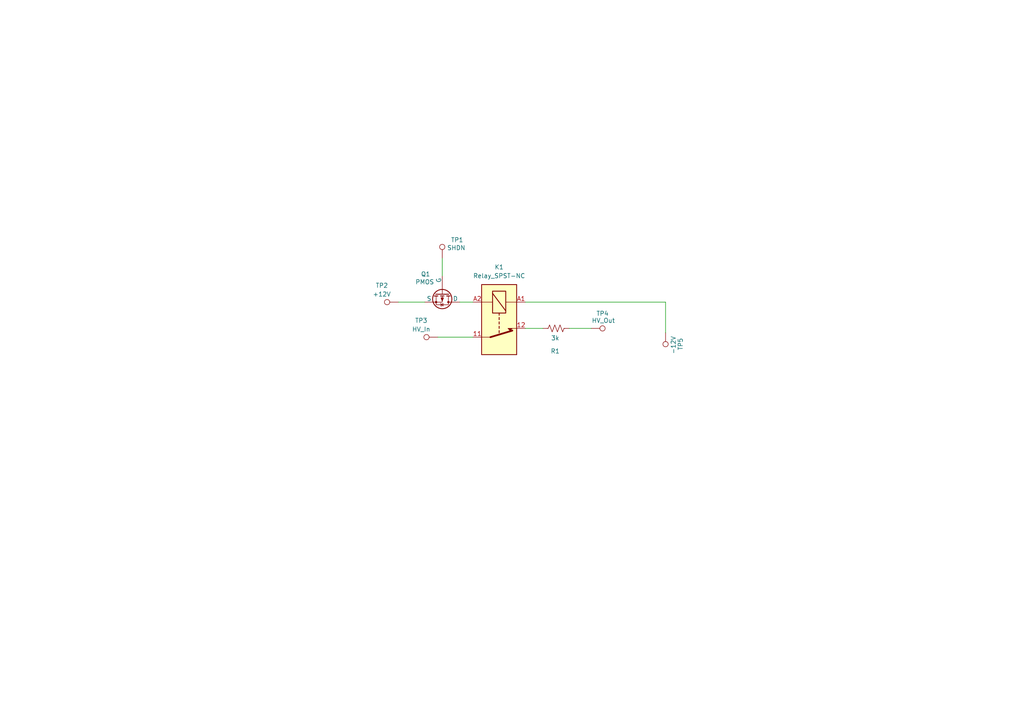
<source format=kicad_sch>
(kicad_sch (version 20250114) (generator "eeschema") (generator_version "9.0")
  (paper "A4")
  (lib_symbols
    (symbol "Connector:TestPoint" (pin_numbers (hide yes)) (pin_names (offset 0.762) (hide yes))
      (property "Reference" "TP" (at 0 6.858 0))
      (property "Value" "TestPoint" (at 0 5.08 0))
      (symbol "TestPoint_0_1"
        (circle (center 0 3.302) (radius 0.762))
      )
      (symbol "TestPoint_1_1"
        (pin passive line (at 0 0 90) (length 2.54) (name "1") (number "1"))
      )
    )
    (symbol "Device:R_US" (pin_numbers (hide yes)) (pin_names (offset 0))
      (property "Reference" "R" (at 2.54 0 90))
      (property "Value" "R_US" (at -2.54 0 90))
      (symbol "R_US_0_1"
        (polyline (pts (xy 0 2.286) (xy 0 2.54)))
        (polyline (pts (xy 0 2.286) (xy 1.016 1.905) (xy 0 1.524) (xy -1.016 1.143) (xy 0 0.762)))
        (polyline (pts (xy 0 0.762) (xy 1.016 0.381) (xy 0 0) (xy -1.016 -0.381) (xy 0 -0.762)))
        (polyline (pts (xy 0 -0.762) (xy 1.016 -1.143) (xy 0 -1.524) (xy -1.016 -1.905) (xy 0 -2.286)))
        (polyline (pts (xy 0 -2.286) (xy 0 -2.54)))
      )
      (symbol "R_US_1_1"
        (pin passive line (at 0 3.81 270) (length 1.27) (name "~") (number "1"))
        (pin passive line (at 0 -3.81 90) (length 1.27) (name "~") (number "2"))
      )
    )
    (symbol "Relay:Relay_SPST-NC"
      (property "Reference" "K" (at 11.43 3.81 0))
      (property "Value" "Relay_SPST-NC" (at 11.43 1.27 0))
      (symbol "Relay_SPST-NC_0_1"
        (rectangle (start -8.255 1.905) (end -1.905 -1.905) (stroke (width 0.254)))
        (polyline (pts (xy -7.62 -1.905) (xy -2.54 1.905)) (stroke (width 0.254)))
        (polyline (pts (xy -5.08 5.08) (xy -5.08 1.905)))
        (polyline (pts (xy -5.08 -5.08) (xy -5.08 -1.905)))
        (polyline (pts (xy -1.905 0) (xy -1.27 0)) (stroke (width 0.254)))
        (polyline (pts (xy -0.635 0) (xy 0 0)) (stroke (width 0.254)))
        (polyline (pts (xy 0.635 0) (xy 1.27 0)) (stroke (width 0.254)))
        (polyline (pts (xy 1.905 0) (xy 2.54 0)) (stroke (width 0.254)))
        (polyline (pts (xy 2.54 5.08) (xy 2.54 2.54) (xy 3.175 3.175) (xy 2.54 3.81)) (fill (type outline)))
        (polyline (pts (xy 3.175 0) (xy 3.81 0)) (stroke (width 0.254)))
        (polyline (pts (xy 5.08 -2.54) (xy 3.175 3.81)) (stroke (width 0.508)))
        (polyline (pts (xy 5.08 -2.54) (xy 5.08 -5.08)))
      )
      (symbol "Relay_SPST-NC_1_1"
        (rectangle (start -10.16 5.08) (end 10.16 -5.08) (stroke (width 0.254)) (fill (type background)))
        (pin passive line (at -5.08 7.62 270) (length 2.54) (name "~") (number "A1"))
        (pin passive line (at -5.08 -7.62 90) (length 2.54) (name "~") (number "A2"))
        (pin passive line (at 2.54 7.62 270) (length 2.54) (name "~") (number "12"))
        (pin passive line (at 5.08 -7.62 90) (length 2.54) (name "~") (number "11"))
      )
    )
    (symbol "Simulation_SPICE:PMOS" (pin_numbers (hide yes)) (pin_names (offset 0))
      (property "Reference" "Q" (at 5.08 1.27 0))
      (property "Value" "PMOS" (at 5.08 -1.27 0))
      (symbol "PMOS_0_1"
        (polyline (pts (xy 0.254 1.905) (xy 0.254 -1.905)) (stroke (width 0.254)))
        (polyline (pts (xy 0.254 0) (xy -2.54 0)))
        (polyline (pts (xy 0.762 2.286) (xy 0.762 1.27)) (stroke (width 0.254)))
        (polyline (pts (xy 0.762 1.778) (xy 3.302 1.778) (xy 3.302 -1.778) (xy 0.762 -1.778)))
        (polyline (pts (xy 0.762 0.508) (xy 0.762 -0.508)) (stroke (width 0.254)))
        (polyline (pts (xy 0.762 -1.27) (xy 0.762 -2.286)) (stroke (width 0.254)))
        (circle (center 1.651 0) (radius 2.794) (stroke (width 0.254)))
        (polyline (pts (xy 2.286 0) (xy 1.27 0.381) (xy 1.27 -0.381) (xy 2.286 0)) (fill (type outline)))
        (polyline (pts (xy 2.54 2.54) (xy 2.54 1.778)))
        (circle (center 2.54 1.778) (radius 0.254) (fill (type outline)))
        (circle (center 2.54 -1.778) (radius 0.254) (fill (type outline)))
        (polyline (pts (xy 2.54 -2.54) (xy 2.54 0) (xy 0.762 0)))
        (polyline (pts (xy 2.794 -0.508) (xy 2.921 -0.381) (xy 3.683 -0.381) (xy 3.81 -0.254)))
        (polyline (pts (xy 3.302 -0.381) (xy 2.921 0.254) (xy 3.683 0.254) (xy 3.302 -0.381)))
      )
      (symbol "PMOS_1_1"
        (pin input line (at -5.08 0 0) (length 2.54) (name "G") (number "2"))
        (pin passive line (at 2.54 5.08 270) (length 2.54) (name "D") (number "1"))
        (pin passive line (at 2.54 -5.08 90) (length 2.54) (name "S") (number "3"))
      )
    )
  )
  (wire (pts (xy 152.4 95.25) (xy 157.48 95.25)))
  (wire (pts (xy 152.4 87.63) (xy 193.04 87.63)))
  (wire (pts (xy 193.04 87.63) (xy 193.04 96.52)))
  (wire (pts (xy 115.57 87.63) (xy 123.19 87.63)))
  (wire (pts (xy 165.1 95.25) (xy 171.45 95.25)))
  (wire (pts (xy 133.35 87.63) (xy 137.16 87.63)))
  (wire (pts (xy 127 97.79) (xy 137.16 97.79)))
  (wire (pts (xy 128.27 74.93) (xy 128.27 80.01)))
  (symbol (lib_id "Connector:TestPoint") (at 127 97.79 90) (unit 1)
    (property "Reference" "TP3" (at 122.174 92.964 90))
    (property "Value" "HV_In" (at 122.174 95.504 90))
    (property "Footprint" "TestPoint:TestPoint_Loop_D1.80mm_Drill1.0mm_Beaded" (effects (hide yes)))
    (property "Description" "test point" (effects (hide yes)))
  )
  (symbol (lib_id "Simulation_SPICE:PMOS") (at 128.27 85.09 270) (unit 1)
    (property "Reference" "Q1" (at 123.444 79.502 90))
    (property "Value" "PMOS" (at 123.19 81.788 90))
    (property "Footprint" "Package_TO_SOT_THT:TO-220-3_Vertical" (effects (hide yes)))
    (property "Datasheet" "https://www.digikey.com/en/products/detail/infineon-technologies/SPP80P06PHXKSA1/2081673?s=N4IgjCBcpgbFoDGUBmBDANgZwKYBoQB7KAbRABYwBmMcgDhAF0CAHAFyhAGU2AnASwB2AcxABfArAAM8aCGSR02fEVIgqdAKxgpVJqw6RufIaIngAnHQsJ5qTLgLFIZKU3MAmGQzkKlj1RcQaQACADV9EHZOAFVBfjYAeRQAWRw0LABXXhxxTzUABRTErncgA" (effects (hide yes)))
    (property "Description" "P-MOSFET transistor, drain/source/gate" (effects (hide yes)))
    (property "Sim.Device" "PMOS" (effects (hide yes)))
    (property "Sim.Type" "VDMOS" (effects (hide yes)))
    (property "Sim.Pins" "1=D 2=G 3=S" (effects (hide yes)))
  )
  (symbol (lib_id "Device:R_US") (at 161.29 95.25 90) (unit 1)
    (property "Reference" "R1" (at 161.036 101.854 90))
    (property "Value" "3k" (at 161.036 98.044 90))
    (property "Datasheet" "https://www.digikey.com/en/products/detail/te-connectivity-passive-product/HSA503K0J/5587244?s=N4IgjCBcoEwAwA4CsVQGMoDMCGAbAzgKYA0IA9lANogDMABANYDyAFgLb4gC6pADgC5QQAVQB2AS35NMAWULZ8AVwBOhEAF91pGFRAAJAMoBBJHG7qgA" (effects (hide yes)))
    (property "Description" "Resistor, US symbol" (effects (hide yes)))
  )
  (symbol (lib_id "Relay:Relay_SPST-NC") (at 144.78 92.71 270) (unit 1)
    (property "Reference" "K1" (at 144.78 77.47 90))
    (property "Value" "Relay_SPST-NC" (at 144.78 80.01 90))
    (property "Footprint" "Library:Relay_SPST_NC_COMUS" (effects (hide yes)))
    (property "Datasheet" "https://www.digikey.com/en/products/detail/computer-components-inc/3350-4275-126/7515922?_gl=1*5wh8c8*_up*MQ..&gclid=944af406c58c133023ea9ce8197efce6&gclsrc=3p.ds" (effects (hide yes)))
    (property "Description" "Relay SPST, normally closed, EN50005" (effects (hide yes)))
  )
  (symbol (lib_id "Connector:TestPoint") (at 193.04 96.52 180) (unit 1)
    (property "Reference" "TP5" (at 197.358 99.822 90))
    (property "Value" "-12V" (at 195.326 100.076 90))
    (property "Footprint" "TestPoint:TestPoint_Loop_D1.80mm_Drill1.0mm_Beaded" (effects (hide yes)))
    (property "Description" "test point" (effects (hide yes)))
  )
  (symbol (lib_id "Connector:TestPoint") (at 128.27 74.93 0) (unit 1)
    (property "Reference" "TP1" (at 132.588 69.596 0))
    (property "Value" "SHDN" (at 132.334 71.882 0))
    (property "Footprint" "TestPoint:TestPoint_Loop_D1.80mm_Drill1.0mm_Beaded" (effects (hide yes)))
    (property "Description" "test point" (effects (hide yes)))
  )
  (symbol (lib_id "Connector:TestPoint") (at 115.57 87.63 90) (unit 1)
    (property "Reference" "TP2" (at 110.744 82.804 90))
    (property "Value" "+12V" (at 110.744 85.344 90))
    (property "Footprint" "TestPoint:TestPoint_Loop_D1.80mm_Drill1.0mm_Beaded" (effects (hide yes)))
    (property "Description" "test point" (effects (hide yes)))
  )
  (symbol (lib_id "Connector:TestPoint") (at 171.45 95.25 270) (unit 1)
    (property "Reference" "TP4" (at 174.752 90.932 90))
    (property "Value" "HV_Out" (at 175.006 92.964 90))
    (property "Footprint" "TestPoint:TestPoint_Loop_D1.80mm_Drill1.0mm_Beaded" (effects (hide yes)))
    (property "Description" "test point" (effects (hide yes)))
  )
)
</source>
